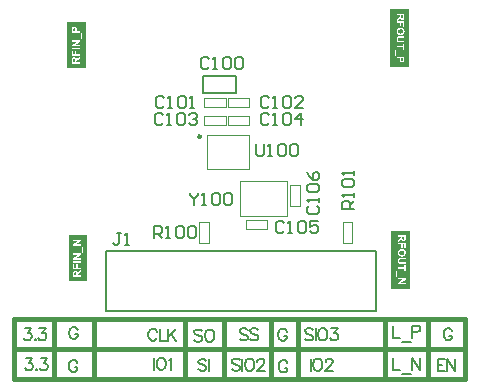
<source format=gto>
%FSLAX25Y25*%
%MOIN*%
G70*
G01*
G75*
%ADD10C,0.00800*%
%ADD11R,0.16500X0.07000*%
%ADD12R,0.16500X0.10500*%
%ADD13R,0.02362X0.01969*%
%ADD14R,0.01969X0.02362*%
%ADD15R,0.05512X0.04528*%
%ADD16C,0.01181*%
%ADD17R,0.03150X0.03150*%
%ADD18C,0.01000*%
%ADD19C,0.02000*%
%ADD20C,0.00500*%
%ADD21C,0.01500*%
%ADD22C,0.05906*%
%ADD23R,0.05906X0.05906*%
%ADD24C,0.15748*%
%ADD25C,0.02000*%
%ADD26C,0.01800*%
%ADD27C,0.01150*%
%ADD28C,0.02400*%
%ADD29C,0.04000*%
%ADD30C,0.04543*%
%ADD31C,0.02200*%
%ADD32C,0.09661*%
%ADD33R,0.17000X0.11500*%
%ADD34C,0.00787*%
%ADD35C,0.00394*%
%ADD36C,0.00600*%
G36*
X27706Y106200D02*
X21438D01*
Y121493D01*
X27706D01*
Y106200D01*
D02*
G37*
G36*
X28106Y35100D02*
X21838D01*
Y50467D01*
X28106D01*
Y35100D01*
D02*
G37*
G36*
X135705Y32663D02*
X129394D01*
Y52000D01*
X135705D01*
Y32663D01*
D02*
G37*
G36*
X135305Y106537D02*
X128994D01*
Y125800D01*
X135305D01*
Y106537D01*
D02*
G37*
%LPC*%
G36*
X133762Y114351D02*
X133329D01*
Y113598D01*
X131200D01*
Y113080D01*
X133329D01*
Y112327D01*
X133762D01*
Y114351D01*
D02*
G37*
G36*
X130814Y112284D02*
X130494D01*
Y110244D01*
X130814D01*
Y112284D01*
D02*
G37*
G36*
X133762Y121718D02*
X131200D01*
Y121200D01*
X132288D01*
Y120131D01*
X132721D01*
Y121200D01*
X133329D01*
Y119963D01*
X133762D01*
Y121718D01*
D02*
G37*
G36*
Y124300D02*
X131200D01*
Y123781D01*
X132269D01*
Y123680D01*
Y123617D01*
X132265Y123563D01*
X132261Y123520D01*
X132253Y123485D01*
X132249Y123458D01*
X132241Y123438D01*
X132237Y123426D01*
Y123423D01*
X132226Y123391D01*
X132210Y123364D01*
X132175Y123313D01*
X132159Y123294D01*
X132144Y123278D01*
X132136Y123270D01*
X132132Y123266D01*
X132116Y123251D01*
X132093Y123235D01*
X132038Y123192D01*
X131980Y123146D01*
X131914Y123103D01*
X131851Y123060D01*
X131828Y123040D01*
X131801Y123025D01*
X131781Y123013D01*
X131765Y123001D01*
X131758Y122997D01*
X131754Y122994D01*
X131200Y122627D01*
Y122007D01*
X131699Y122319D01*
X131754Y122354D01*
X131801Y122385D01*
X131847Y122412D01*
X131890Y122444D01*
X131960Y122490D01*
X132019Y122533D01*
X132062Y122568D01*
X132089Y122592D01*
X132109Y122607D01*
X132113Y122611D01*
X132156Y122654D01*
X132194Y122701D01*
X132234Y122748D01*
X132265Y122791D01*
X132292Y122830D01*
X132311Y122861D01*
X132323Y122880D01*
X132327Y122884D01*
Y122888D01*
X132339Y122826D01*
X132351Y122771D01*
X132366Y122717D01*
X132386Y122670D01*
X132405Y122623D01*
X132425Y122580D01*
X132444Y122545D01*
X132464Y122510D01*
X132483Y122483D01*
X132503Y122455D01*
X132522Y122436D01*
X132534Y122416D01*
X132549Y122405D01*
X132557Y122393D01*
X132561Y122385D01*
X132565D01*
X132600Y122354D01*
X132639Y122327D01*
X132717Y122288D01*
X132799Y122256D01*
X132873Y122233D01*
X132939Y122221D01*
X132967Y122217D01*
X132994D01*
X133013Y122213D01*
X133041D01*
X133123Y122217D01*
X133201Y122229D01*
X133267Y122249D01*
X133326Y122268D01*
X133376Y122292D01*
X133411Y122307D01*
X133435Y122323D01*
X133442Y122327D01*
X133505Y122373D01*
X133556Y122420D01*
X133598Y122471D01*
X133634Y122518D01*
X133661Y122561D01*
X133680Y122596D01*
X133688Y122619D01*
X133692Y122623D01*
Y122627D01*
X133704Y122662D01*
X133715Y122705D01*
X133731Y122799D01*
X133747Y122896D01*
X133755Y122994D01*
X133758Y123036D01*
Y123079D01*
Y123118D01*
X133762Y123153D01*
Y123181D01*
Y123200D01*
Y123216D01*
Y123220D01*
Y124300D01*
D02*
G37*
G36*
Y116753D02*
X132315D01*
X132241Y116750D01*
X132171D01*
X132109Y116746D01*
X132050Y116742D01*
X131996Y116738D01*
X131949Y116734D01*
X131906Y116730D01*
X131867Y116726D01*
X131836Y116722D01*
X131805Y116718D01*
X131785Y116715D01*
X131765Y116711D01*
X131754Y116707D01*
X131742D01*
X131687Y116691D01*
X131637Y116668D01*
X131586Y116644D01*
X131543Y116621D01*
X131508Y116597D01*
X131481Y116578D01*
X131465Y116566D01*
X131457Y116562D01*
X131411Y116516D01*
X131364Y116469D01*
X131329Y116418D01*
X131294Y116371D01*
X131270Y116328D01*
X131251Y116293D01*
X131239Y116270D01*
X131235Y116266D01*
Y116262D01*
X131219Y116223D01*
X131208Y116184D01*
X131188Y116094D01*
X131173Y116005D01*
X131165Y115915D01*
X131157Y115833D01*
Y115798D01*
X131153Y115767D01*
Y115743D01*
Y115724D01*
Y115712D01*
Y115708D01*
X131157Y115599D01*
X131165Y115502D01*
X131177Y115420D01*
X131192Y115349D01*
X131204Y115291D01*
X131212Y115268D01*
X131216Y115252D01*
X131219Y115236D01*
X131223Y115225D01*
X131227Y115221D01*
Y115217D01*
X131258Y115151D01*
X131294Y115092D01*
X131329Y115041D01*
X131364Y114995D01*
X131391Y114963D01*
X131414Y114936D01*
X131434Y114920D01*
X131438Y114917D01*
X131489Y114878D01*
X131543Y114842D01*
X131598Y114819D01*
X131649Y114796D01*
X131695Y114780D01*
X131730Y114768D01*
X131754Y114761D01*
X131762D01*
X131801Y114753D01*
X131843Y114745D01*
X131894Y114741D01*
X131945Y114737D01*
X132050Y114729D01*
X132159Y114722D01*
X132257D01*
X132300Y114718D01*
X133762D01*
Y115236D01*
X132234D01*
X132187Y115240D01*
X132144D01*
X132066Y115244D01*
X132007Y115248D01*
X131960Y115252D01*
X131929Y115256D01*
X131910Y115260D01*
X131902D01*
X131855Y115271D01*
X131812Y115291D01*
X131777Y115314D01*
X131746Y115338D01*
X131719Y115357D01*
X131699Y115377D01*
X131687Y115392D01*
X131684Y115396D01*
X131652Y115443D01*
X131633Y115494D01*
X131617Y115548D01*
X131606Y115599D01*
X131598Y115650D01*
X131594Y115689D01*
Y115704D01*
Y115716D01*
Y115720D01*
Y115724D01*
X131598Y115798D01*
X131609Y115868D01*
X131625Y115927D01*
X131641Y115973D01*
X131656Y116013D01*
X131672Y116040D01*
X131684Y116055D01*
X131687Y116063D01*
X131727Y116106D01*
X131765Y116137D01*
X131808Y116165D01*
X131851Y116188D01*
X131886Y116200D01*
X131914Y116211D01*
X131933Y116219D01*
X131941D01*
X131960Y116223D01*
X131988D01*
X132050Y116227D01*
X132120Y116231D01*
X132191D01*
X132261Y116235D01*
X133762D01*
Y116753D01*
D02*
G37*
G36*
X132526Y119640D02*
X132460D01*
X132347Y119636D01*
X132241Y119624D01*
X132144Y119608D01*
X132050Y119589D01*
X131964Y119562D01*
X131886Y119534D01*
X131816Y119503D01*
X131750Y119472D01*
X131691Y119441D01*
X131641Y119409D01*
X131598Y119382D01*
X131563Y119355D01*
X131535Y119335D01*
X131516Y119320D01*
X131504Y119308D01*
X131500Y119304D01*
X131438Y119238D01*
X131387Y119168D01*
X131340Y119097D01*
X131301Y119019D01*
X131266Y118945D01*
X131239Y118871D01*
X131216Y118797D01*
X131196Y118727D01*
X131181Y118661D01*
X131173Y118598D01*
X131165Y118540D01*
X131157Y118493D01*
Y118454D01*
X131153Y118423D01*
Y118407D01*
Y118399D01*
X131157Y118294D01*
X131169Y118196D01*
X131184Y118107D01*
X131208Y118021D01*
X131235Y117939D01*
X131262Y117865D01*
X131294Y117799D01*
X131329Y117736D01*
X131360Y117682D01*
X131391Y117635D01*
X131418Y117592D01*
X131446Y117561D01*
X131469Y117534D01*
X131485Y117514D01*
X131496Y117502D01*
X131500Y117498D01*
X131570Y117440D01*
X131645Y117385D01*
X131723Y117342D01*
X131801Y117303D01*
X131883Y117268D01*
X131964Y117241D01*
X132042Y117218D01*
X132120Y117202D01*
X132191Y117186D01*
X132261Y117179D01*
X132319Y117171D01*
X132374Y117163D01*
X132417D01*
X132448Y117159D01*
X132475D01*
X132588Y117163D01*
X132698Y117175D01*
X132799Y117190D01*
X132893Y117214D01*
X132978Y117237D01*
X133056Y117264D01*
X133131Y117296D01*
X133197Y117327D01*
X133255Y117362D01*
X133306Y117389D01*
X133349Y117420D01*
X133384Y117444D01*
X133415Y117467D01*
X133435Y117483D01*
X133446Y117494D01*
X133450Y117498D01*
X133513Y117565D01*
X133567Y117635D01*
X133614Y117709D01*
X133657Y117783D01*
X133688Y117857D01*
X133719Y117935D01*
X133743Y118005D01*
X133762Y118079D01*
X133774Y118146D01*
X133786Y118208D01*
X133793Y118263D01*
X133801Y118310D01*
Y118349D01*
X133805Y118380D01*
Y118395D01*
Y118403D01*
X133801Y118516D01*
X133790Y118622D01*
X133770Y118715D01*
X133755Y118797D01*
X133743Y118832D01*
X133735Y118863D01*
X133723Y118891D01*
X133715Y118914D01*
X133712Y118934D01*
X133704Y118945D01*
X133700Y118953D01*
Y118957D01*
X133669Y119023D01*
X133634Y119086D01*
X133595Y119140D01*
X133556Y119191D01*
X133524Y119230D01*
X133497Y119261D01*
X133478Y119281D01*
X133470Y119289D01*
X133411Y119339D01*
X133349Y119390D01*
X133290Y119429D01*
X133236Y119464D01*
X133189Y119491D01*
X133150Y119511D01*
X133127Y119523D01*
X133123Y119526D01*
X133119D01*
X133013Y119565D01*
X132904Y119593D01*
X132795Y119612D01*
X132690Y119624D01*
X132643Y119632D01*
X132600D01*
X132561Y119636D01*
X132526Y119640D01*
D02*
G37*
G36*
X133762Y109999D02*
X131200D01*
Y109480D01*
X132167D01*
Y109145D01*
Y109082D01*
Y109020D01*
X132171Y108965D01*
Y108914D01*
X132175Y108864D01*
X132179Y108821D01*
X132183Y108782D01*
X132187Y108747D01*
Y108716D01*
X132191Y108688D01*
X132194Y108665D01*
X132198Y108645D01*
Y108630D01*
X132202Y108618D01*
Y108614D01*
Y108610D01*
X132218Y108560D01*
X132234Y108509D01*
X132253Y108466D01*
X132276Y108423D01*
X132292Y108392D01*
X132308Y108365D01*
X132319Y108345D01*
X132323Y108341D01*
X132362Y108294D01*
X132401Y108252D01*
X132444Y108212D01*
X132487Y108181D01*
X132522Y108158D01*
X132549Y108138D01*
X132569Y108127D01*
X132577Y108123D01*
X132639Y108096D01*
X132705Y108072D01*
X132772Y108056D01*
X132834Y108049D01*
X132889Y108041D01*
X132932Y108037D01*
X132971D01*
X133080Y108045D01*
X133177Y108060D01*
X133263Y108084D01*
X133337Y108111D01*
X133392Y108142D01*
X133415Y108154D01*
X133435Y108166D01*
X133450Y108174D01*
X133462Y108181D01*
X133466Y108189D01*
X133470D01*
X133536Y108248D01*
X133591Y108310D01*
X133637Y108369D01*
X133669Y108427D01*
X133696Y108478D01*
X133712Y108521D01*
X133715Y108536D01*
X133719Y108544D01*
X133723Y108552D01*
Y108556D01*
X133731Y108587D01*
X133735Y108622D01*
X133743Y108665D01*
X133747Y108712D01*
X133755Y108813D01*
X133758Y108918D01*
Y108969D01*
X133762Y109016D01*
Y109059D01*
Y109094D01*
Y109129D01*
Y109152D01*
Y109168D01*
Y109172D01*
Y109999D01*
D02*
G37*
G36*
X134162Y40551D02*
X133729D01*
Y39798D01*
X131600D01*
Y39280D01*
X133729D01*
Y38527D01*
X134162D01*
Y40551D01*
D02*
G37*
G36*
X131214Y38484D02*
X130894D01*
Y36444D01*
X131214D01*
Y38484D01*
D02*
G37*
G36*
X134162Y36199D02*
X131600D01*
Y35719D01*
X133281D01*
X131600Y34682D01*
Y34163D01*
X134162D01*
Y34643D01*
X132442D01*
X134162Y35699D01*
Y36199D01*
D02*
G37*
G36*
Y42954D02*
X132715D01*
X132641Y42950D01*
X132571D01*
X132509Y42946D01*
X132450Y42942D01*
X132396Y42938D01*
X132349Y42934D01*
X132306Y42930D01*
X132267Y42926D01*
X132236Y42922D01*
X132204Y42918D01*
X132185Y42915D01*
X132166Y42911D01*
X132154Y42907D01*
X132142D01*
X132088Y42891D01*
X132037Y42868D01*
X131986Y42844D01*
X131943Y42821D01*
X131908Y42797D01*
X131881Y42778D01*
X131865Y42766D01*
X131857Y42762D01*
X131811Y42716D01*
X131764Y42669D01*
X131729Y42618D01*
X131694Y42571D01*
X131670Y42528D01*
X131651Y42493D01*
X131639Y42470D01*
X131635Y42466D01*
Y42462D01*
X131620Y42423D01*
X131608Y42384D01*
X131588Y42294D01*
X131573Y42205D01*
X131565Y42115D01*
X131557Y42033D01*
Y41998D01*
X131553Y41967D01*
Y41943D01*
Y41924D01*
Y41912D01*
Y41908D01*
X131557Y41799D01*
X131565Y41702D01*
X131577Y41620D01*
X131592Y41550D01*
X131604Y41491D01*
X131612Y41468D01*
X131616Y41452D01*
X131620Y41436D01*
X131623Y41425D01*
X131627Y41421D01*
Y41417D01*
X131658Y41351D01*
X131694Y41292D01*
X131729Y41241D01*
X131764Y41195D01*
X131791Y41163D01*
X131815Y41136D01*
X131834Y41120D01*
X131838Y41117D01*
X131889Y41078D01*
X131943Y41043D01*
X131998Y41019D01*
X132048Y40996D01*
X132095Y40980D01*
X132130Y40968D01*
X132154Y40961D01*
X132162D01*
X132201Y40953D01*
X132244Y40945D01*
X132294Y40941D01*
X132345Y40937D01*
X132450Y40929D01*
X132559Y40922D01*
X132657D01*
X132700Y40918D01*
X134162D01*
Y41436D01*
X132633D01*
X132587Y41440D01*
X132544D01*
X132466Y41444D01*
X132407Y41448D01*
X132360Y41452D01*
X132329Y41456D01*
X132310Y41460D01*
X132302D01*
X132255Y41471D01*
X132212Y41491D01*
X132177Y41514D01*
X132146Y41538D01*
X132119Y41557D01*
X132099Y41577D01*
X132088Y41592D01*
X132084Y41596D01*
X132052Y41643D01*
X132033Y41694D01*
X132017Y41748D01*
X132006Y41799D01*
X131998Y41850D01*
X131994Y41889D01*
Y41904D01*
Y41916D01*
Y41920D01*
Y41924D01*
X131998Y41998D01*
X132009Y42068D01*
X132025Y42127D01*
X132041Y42173D01*
X132056Y42213D01*
X132072Y42240D01*
X132084Y42255D01*
X132088Y42263D01*
X132126Y42306D01*
X132166Y42337D01*
X132208Y42365D01*
X132251Y42388D01*
X132286Y42400D01*
X132314Y42411D01*
X132333Y42419D01*
X132341D01*
X132360Y42423D01*
X132388D01*
X132450Y42427D01*
X132520Y42431D01*
X132591D01*
X132661Y42435D01*
X134162D01*
Y42954D01*
D02*
G37*
G36*
Y50500D02*
X131600D01*
Y49981D01*
X132669D01*
Y49880D01*
Y49817D01*
X132665Y49763D01*
X132661Y49720D01*
X132653Y49685D01*
X132649Y49658D01*
X132641Y49638D01*
X132637Y49626D01*
Y49622D01*
X132626Y49591D01*
X132610Y49564D01*
X132575Y49513D01*
X132559Y49494D01*
X132544Y49478D01*
X132536Y49470D01*
X132532Y49466D01*
X132517Y49451D01*
X132493Y49435D01*
X132439Y49392D01*
X132380Y49346D01*
X132314Y49303D01*
X132251Y49260D01*
X132228Y49240D01*
X132201Y49225D01*
X132181Y49213D01*
X132166Y49201D01*
X132158Y49197D01*
X132154Y49194D01*
X131600Y48827D01*
Y48207D01*
X132099Y48519D01*
X132154Y48554D01*
X132201Y48585D01*
X132247Y48612D01*
X132290Y48644D01*
X132360Y48690D01*
X132419Y48733D01*
X132462Y48768D01*
X132489Y48792D01*
X132509Y48807D01*
X132513Y48811D01*
X132555Y48854D01*
X132595Y48901D01*
X132633Y48948D01*
X132665Y48991D01*
X132692Y49030D01*
X132712Y49061D01*
X132723Y49080D01*
X132727Y49084D01*
Y49088D01*
X132739Y49026D01*
X132750Y48971D01*
X132766Y48917D01*
X132786Y48870D01*
X132805Y48823D01*
X132825Y48780D01*
X132844Y48745D01*
X132864Y48710D01*
X132883Y48683D01*
X132903Y48655D01*
X132922Y48636D01*
X132934Y48616D01*
X132949Y48605D01*
X132957Y48593D01*
X132961Y48585D01*
X132965D01*
X133000Y48554D01*
X133039Y48527D01*
X133117Y48488D01*
X133199Y48456D01*
X133273Y48433D01*
X133339Y48421D01*
X133367Y48417D01*
X133394D01*
X133414Y48414D01*
X133441D01*
X133523Y48417D01*
X133601Y48429D01*
X133667Y48449D01*
X133726Y48468D01*
X133776Y48491D01*
X133811Y48507D01*
X133835Y48523D01*
X133843Y48527D01*
X133905Y48573D01*
X133956Y48620D01*
X133999Y48671D01*
X134034Y48718D01*
X134061Y48761D01*
X134080Y48796D01*
X134088Y48819D01*
X134092Y48823D01*
Y48827D01*
X134104Y48862D01*
X134116Y48905D01*
X134131Y48998D01*
X134147Y49096D01*
X134154Y49194D01*
X134158Y49236D01*
Y49279D01*
Y49318D01*
X134162Y49353D01*
Y49381D01*
Y49400D01*
Y49416D01*
Y49420D01*
Y50500D01*
D02*
G37*
G36*
Y47918D02*
X131600D01*
Y47400D01*
X132688D01*
Y46331D01*
X133121D01*
Y47400D01*
X133729D01*
Y46163D01*
X134162D01*
Y47918D01*
D02*
G37*
G36*
X132926Y45840D02*
X132860D01*
X132747Y45836D01*
X132641Y45824D01*
X132544Y45808D01*
X132450Y45789D01*
X132364Y45761D01*
X132286Y45734D01*
X132216Y45703D01*
X132150Y45672D01*
X132091Y45641D01*
X132041Y45609D01*
X131998Y45582D01*
X131963Y45555D01*
X131935Y45535D01*
X131916Y45520D01*
X131904Y45508D01*
X131900Y45504D01*
X131838Y45438D01*
X131787Y45368D01*
X131740Y45297D01*
X131701Y45219D01*
X131666Y45145D01*
X131639Y45071D01*
X131616Y44997D01*
X131596Y44927D01*
X131580Y44861D01*
X131573Y44798D01*
X131565Y44740D01*
X131557Y44693D01*
Y44654D01*
X131553Y44623D01*
Y44607D01*
Y44599D01*
X131557Y44494D01*
X131569Y44396D01*
X131584Y44307D01*
X131608Y44221D01*
X131635Y44139D01*
X131662Y44065D01*
X131694Y43999D01*
X131729Y43936D01*
X131760Y43882D01*
X131791Y43835D01*
X131818Y43792D01*
X131846Y43761D01*
X131869Y43734D01*
X131885Y43714D01*
X131896Y43702D01*
X131900Y43698D01*
X131971Y43640D01*
X132045Y43585D01*
X132123Y43542D01*
X132201Y43503D01*
X132282Y43468D01*
X132364Y43441D01*
X132442Y43418D01*
X132520Y43402D01*
X132591Y43386D01*
X132661Y43379D01*
X132719Y43371D01*
X132774Y43363D01*
X132817D01*
X132848Y43359D01*
X132875D01*
X132988Y43363D01*
X133098Y43375D01*
X133199Y43390D01*
X133293Y43414D01*
X133378Y43437D01*
X133456Y43464D01*
X133530Y43496D01*
X133597Y43527D01*
X133655Y43562D01*
X133706Y43589D01*
X133749Y43620D01*
X133784Y43644D01*
X133815Y43667D01*
X133835Y43683D01*
X133846Y43694D01*
X133850Y43698D01*
X133913Y43765D01*
X133967Y43835D01*
X134014Y43909D01*
X134057Y43983D01*
X134088Y44057D01*
X134119Y44135D01*
X134143Y44205D01*
X134162Y44280D01*
X134174Y44346D01*
X134186Y44408D01*
X134194Y44463D01*
X134201Y44510D01*
Y44549D01*
X134205Y44580D01*
Y44595D01*
Y44603D01*
X134201Y44716D01*
X134190Y44822D01*
X134170Y44915D01*
X134154Y44997D01*
X134143Y45032D01*
X134135Y45063D01*
X134123Y45091D01*
X134116Y45114D01*
X134112Y45134D01*
X134104Y45145D01*
X134100Y45153D01*
Y45157D01*
X134069Y45223D01*
X134034Y45286D01*
X133995Y45340D01*
X133956Y45391D01*
X133924Y45430D01*
X133897Y45461D01*
X133878Y45481D01*
X133870Y45489D01*
X133811Y45539D01*
X133749Y45590D01*
X133690Y45629D01*
X133636Y45664D01*
X133589Y45691D01*
X133550Y45711D01*
X133527Y45722D01*
X133523Y45726D01*
X133519D01*
X133414Y45765D01*
X133304Y45793D01*
X133195Y45812D01*
X133090Y45824D01*
X133043Y45832D01*
X133000D01*
X132961Y45836D01*
X132926Y45840D01*
D02*
G37*
G36*
X25900Y38893D02*
X25401Y38581D01*
X25346Y38546D01*
X25299Y38515D01*
X25253Y38488D01*
X25210Y38456D01*
X25139Y38410D01*
X25081Y38367D01*
X25038Y38332D01*
X25011Y38308D01*
X24991Y38293D01*
X24987Y38289D01*
X24945Y38246D01*
X24905Y38199D01*
X24867Y38152D01*
X24835Y38109D01*
X24808Y38070D01*
X24789Y38039D01*
X24777Y38020D01*
X24773Y38016D01*
Y38012D01*
X24761Y38074D01*
X24749Y38129D01*
X24734Y38183D01*
X24714Y38230D01*
X24695Y38277D01*
X24675Y38320D01*
X24656Y38355D01*
X24636Y38390D01*
X24617Y38417D01*
X24597Y38445D01*
X24578Y38464D01*
X24566Y38484D01*
X24551Y38495D01*
X24543Y38507D01*
X24539Y38515D01*
X24535D01*
X24500Y38546D01*
X24461Y38573D01*
X24383Y38612D01*
X24301Y38644D01*
X24227Y38667D01*
X24161Y38679D01*
X24133Y38683D01*
X24106D01*
X24087Y38686D01*
X24059D01*
X23977Y38683D01*
X23899Y38671D01*
X23833Y38651D01*
X23775Y38632D01*
X23724Y38609D01*
X23689Y38593D01*
X23665Y38577D01*
X23658Y38573D01*
X23595Y38527D01*
X23544Y38480D01*
X23502Y38429D01*
X23466Y38382D01*
X23439Y38339D01*
X23420Y38304D01*
X23412Y38281D01*
X23408Y38277D01*
Y38273D01*
X23396Y38238D01*
X23384Y38195D01*
X23369Y38102D01*
X23353Y38004D01*
X23346Y37907D01*
X23342Y37864D01*
Y37821D01*
Y37782D01*
X23338Y37747D01*
Y37719D01*
Y37700D01*
Y37684D01*
Y37680D01*
Y36600D01*
X25900D01*
Y37119D01*
X24831D01*
Y37220D01*
Y37282D01*
X24835Y37337D01*
X24839Y37380D01*
X24847Y37415D01*
X24851Y37442D01*
X24859Y37462D01*
X24863Y37474D01*
Y37477D01*
X24874Y37509D01*
X24890Y37536D01*
X24925Y37587D01*
X24941Y37606D01*
X24956Y37622D01*
X24964Y37630D01*
X24968Y37633D01*
X24983Y37649D01*
X25007Y37665D01*
X25062Y37708D01*
X25120Y37754D01*
X25186Y37797D01*
X25249Y37840D01*
X25272Y37860D01*
X25299Y37875D01*
X25319Y37887D01*
X25335Y37899D01*
X25342Y37903D01*
X25346Y37907D01*
X25900Y38273D01*
Y38893D01*
D02*
G37*
G36*
X23771Y40937D02*
X23338D01*
Y39182D01*
X25900D01*
Y39700D01*
X24812D01*
Y40769D01*
X24379D01*
Y39700D01*
X23771D01*
Y40937D01*
D02*
G37*
G36*
X26206Y117785D02*
X25886D01*
Y115746D01*
X26206D01*
Y117785D01*
D02*
G37*
G36*
X23768Y119993D02*
X23729D01*
X23620Y119985D01*
X23523Y119969D01*
X23437Y119946D01*
X23363Y119919D01*
X23308Y119887D01*
X23285Y119876D01*
X23265Y119864D01*
X23250Y119856D01*
X23238Y119849D01*
X23234Y119841D01*
X23230D01*
X23164Y119782D01*
X23109Y119720D01*
X23063Y119661D01*
X23031Y119603D01*
X23004Y119552D01*
X22988Y119509D01*
X22985Y119494D01*
X22981Y119486D01*
X22977Y119478D01*
Y119474D01*
X22969Y119443D01*
X22965Y119408D01*
X22957Y119365D01*
X22953Y119318D01*
X22945Y119217D01*
X22942Y119111D01*
Y119061D01*
X22938Y119014D01*
Y118971D01*
Y118936D01*
Y118901D01*
Y118877D01*
Y118862D01*
Y118858D01*
Y118031D01*
X25500D01*
Y118550D01*
X24533D01*
Y118885D01*
Y118948D01*
Y119010D01*
X24529Y119065D01*
Y119115D01*
X24525Y119166D01*
X24521Y119209D01*
X24517Y119248D01*
X24513Y119283D01*
Y119314D01*
X24509Y119342D01*
X24506Y119365D01*
X24502Y119384D01*
Y119400D01*
X24498Y119412D01*
Y119416D01*
Y119420D01*
X24482Y119470D01*
X24466Y119521D01*
X24447Y119564D01*
X24424Y119607D01*
X24408Y119638D01*
X24392Y119665D01*
X24381Y119685D01*
X24377Y119689D01*
X24338Y119735D01*
X24299Y119778D01*
X24256Y119817D01*
X24213Y119849D01*
X24178Y119872D01*
X24151Y119891D01*
X24131Y119903D01*
X24123Y119907D01*
X24061Y119934D01*
X23995Y119958D01*
X23928Y119973D01*
X23866Y119981D01*
X23811Y119989D01*
X23768Y119993D01*
D02*
G37*
G36*
X26606Y46685D02*
X26286D01*
Y44646D01*
X26606D01*
Y46685D01*
D02*
G37*
G36*
X25900Y48967D02*
X23338D01*
Y48487D01*
X25058D01*
X23338Y47430D01*
Y46931D01*
X25900D01*
Y47411D01*
X24219D01*
X25900Y48448D01*
Y48967D01*
D02*
G37*
G36*
Y41869D02*
X23338D01*
Y41350D01*
X25900D01*
Y41869D01*
D02*
G37*
G36*
Y44396D02*
X23338D01*
Y43916D01*
X25058D01*
X23338Y42860D01*
Y42360D01*
X25900D01*
Y42840D01*
X24219D01*
X25900Y43877D01*
Y44396D01*
D02*
G37*
G36*
X23371Y112037D02*
X22938D01*
Y110282D01*
X25500D01*
Y110801D01*
X24412D01*
Y111869D01*
X23979D01*
Y110801D01*
X23371D01*
Y112037D01*
D02*
G37*
G36*
X25500Y109993D02*
X25001Y109681D01*
X24946Y109646D01*
X24899Y109615D01*
X24853Y109588D01*
X24810Y109556D01*
X24739Y109510D01*
X24681Y109467D01*
X24638Y109432D01*
X24611Y109408D01*
X24591Y109393D01*
X24587Y109389D01*
X24544Y109346D01*
X24506Y109299D01*
X24466Y109252D01*
X24435Y109209D01*
X24408Y109170D01*
X24388Y109139D01*
X24377Y109120D01*
X24373Y109116D01*
Y109112D01*
X24361Y109174D01*
X24350Y109229D01*
X24334Y109283D01*
X24314Y109330D01*
X24295Y109377D01*
X24275Y109420D01*
X24256Y109455D01*
X24236Y109490D01*
X24217Y109517D01*
X24197Y109545D01*
X24178Y109564D01*
X24166Y109584D01*
X24151Y109595D01*
X24143Y109607D01*
X24139Y109615D01*
X24135D01*
X24100Y109646D01*
X24061Y109673D01*
X23983Y109712D01*
X23901Y109744D01*
X23827Y109767D01*
X23761Y109779D01*
X23733Y109783D01*
X23706D01*
X23686Y109786D01*
X23659D01*
X23577Y109783D01*
X23499Y109771D01*
X23433Y109751D01*
X23374Y109732D01*
X23324Y109708D01*
X23289Y109693D01*
X23265Y109677D01*
X23257Y109673D01*
X23195Y109627D01*
X23144Y109580D01*
X23101Y109529D01*
X23066Y109482D01*
X23039Y109439D01*
X23020Y109404D01*
X23012Y109381D01*
X23008Y109377D01*
Y109373D01*
X22996Y109338D01*
X22985Y109295D01*
X22969Y109202D01*
X22953Y109104D01*
X22945Y109007D01*
X22942Y108964D01*
Y108921D01*
Y108882D01*
X22938Y108847D01*
Y108819D01*
Y108800D01*
Y108784D01*
Y108780D01*
Y107700D01*
X25500D01*
Y108219D01*
X24431D01*
Y108320D01*
Y108382D01*
X24435Y108437D01*
X24439Y108480D01*
X24447Y108515D01*
X24451Y108542D01*
X24459Y108562D01*
X24463Y108574D01*
Y108578D01*
X24474Y108609D01*
X24490Y108636D01*
X24525Y108687D01*
X24541Y108706D01*
X24556Y108722D01*
X24564Y108730D01*
X24568Y108733D01*
X24584Y108749D01*
X24607Y108765D01*
X24661Y108808D01*
X24720Y108854D01*
X24786Y108897D01*
X24849Y108940D01*
X24872Y108960D01*
X24899Y108975D01*
X24919Y108987D01*
X24935Y108999D01*
X24942Y109003D01*
X24946Y109007D01*
X25500Y109373D01*
Y109993D01*
D02*
G37*
G36*
Y112969D02*
X22938D01*
Y112450D01*
X25500D01*
Y112969D01*
D02*
G37*
G36*
Y115496D02*
X22938D01*
Y115016D01*
X24658D01*
X22938Y113960D01*
Y113460D01*
X25500D01*
Y113940D01*
X23819D01*
X25500Y114977D01*
Y115496D01*
D02*
G37*
%LPD*%
G36*
X133329Y123383D02*
Y123329D01*
Y123278D01*
Y123231D01*
Y123192D01*
X133326Y123157D01*
Y123126D01*
Y123103D01*
Y123079D01*
X133322Y123044D01*
Y123025D01*
X133318Y123013D01*
Y123009D01*
X133306Y122966D01*
X133294Y122927D01*
X133279Y122896D01*
X133259Y122869D01*
X133244Y122845D01*
X133228Y122830D01*
X133220Y122822D01*
X133216Y122818D01*
X133185Y122795D01*
X133150Y122779D01*
X133115Y122763D01*
X133084Y122756D01*
X133056Y122752D01*
X133033Y122748D01*
X133010D01*
X132967Y122752D01*
X132932Y122756D01*
X132896Y122763D01*
X132869Y122775D01*
X132846Y122787D01*
X132830Y122795D01*
X132818Y122799D01*
X132815Y122802D01*
X132787Y122822D01*
X132768Y122845D01*
X132733Y122892D01*
X132725Y122915D01*
X132717Y122931D01*
X132709Y122943D01*
Y122947D01*
X132705Y122966D01*
X132698Y122994D01*
X132694Y123021D01*
X132690Y123056D01*
X132686Y123130D01*
X132682Y123208D01*
X132678Y123282D01*
Y123313D01*
Y123345D01*
Y123368D01*
Y123387D01*
Y123399D01*
Y123403D01*
Y123781D01*
X133329D01*
Y123383D01*
D02*
G37*
G36*
X23733Y109248D02*
X23768Y109244D01*
X23803Y109237D01*
X23831Y109225D01*
X23854Y109213D01*
X23870Y109205D01*
X23881Y109202D01*
X23885Y109198D01*
X23913Y109178D01*
X23932Y109155D01*
X23967Y109108D01*
X23975Y109084D01*
X23983Y109069D01*
X23991Y109057D01*
Y109053D01*
X23995Y109034D01*
X24002Y109007D01*
X24006Y108979D01*
X24010Y108944D01*
X24014Y108870D01*
X24018Y108792D01*
X24022Y108718D01*
Y108687D01*
Y108656D01*
Y108632D01*
Y108613D01*
Y108601D01*
Y108597D01*
Y108219D01*
X23371D01*
Y108616D01*
Y108671D01*
Y108722D01*
Y108769D01*
Y108808D01*
X23374Y108843D01*
Y108874D01*
Y108897D01*
Y108921D01*
X23378Y108956D01*
Y108975D01*
X23382Y108987D01*
Y108991D01*
X23394Y109034D01*
X23406Y109073D01*
X23421Y109104D01*
X23441Y109131D01*
X23456Y109155D01*
X23472Y109170D01*
X23480Y109178D01*
X23484Y109182D01*
X23515Y109205D01*
X23550Y109221D01*
X23585Y109237D01*
X23616Y109244D01*
X23644Y109248D01*
X23667Y109252D01*
X23690D01*
X23733Y109248D01*
D02*
G37*
G36*
X132561Y119101D02*
X132635Y119097D01*
X132705Y119086D01*
X132772Y119074D01*
X132830Y119062D01*
X132885Y119043D01*
X132936Y119027D01*
X132978Y119008D01*
X133017Y118992D01*
X133049Y118973D01*
X133080Y118957D01*
X133103Y118945D01*
X133119Y118930D01*
X133131Y118922D01*
X133138Y118918D01*
X133142Y118914D01*
X133181Y118875D01*
X133216Y118836D01*
X133244Y118793D01*
X133271Y118750D01*
X133294Y118707D01*
X133310Y118665D01*
X133337Y118583D01*
X133353Y118512D01*
X133357Y118481D01*
X133361Y118454D01*
X133364Y118430D01*
Y118415D01*
Y118403D01*
Y118399D01*
X133361Y118341D01*
X133357Y118286D01*
X133329Y118185D01*
X133294Y118095D01*
X133255Y118025D01*
X133236Y117994D01*
X133216Y117966D01*
X133197Y117943D01*
X133181Y117923D01*
X133166Y117908D01*
X133154Y117896D01*
X133150Y117892D01*
X133146Y117888D01*
X133103Y117853D01*
X133056Y117822D01*
X133006Y117799D01*
X132951Y117775D01*
X132842Y117740D01*
X132737Y117717D01*
X132686Y117709D01*
X132639Y117705D01*
X132596Y117697D01*
X132561D01*
X132530Y117693D01*
X132487D01*
X132405Y117697D01*
X132331Y117701D01*
X132257Y117713D01*
X132194Y117725D01*
X132132Y117740D01*
X132078Y117756D01*
X132027Y117775D01*
X131984Y117791D01*
X131945Y117810D01*
X131910Y117830D01*
X131883Y117845D01*
X131859Y117861D01*
X131840Y117873D01*
X131828Y117885D01*
X131820Y117888D01*
X131816Y117892D01*
X131777Y117931D01*
X131742Y117970D01*
X131715Y118013D01*
X131687Y118056D01*
X131668Y118099D01*
X131649Y118142D01*
X131621Y118220D01*
X131606Y118290D01*
X131602Y118321D01*
X131598Y118349D01*
X131594Y118368D01*
Y118384D01*
Y118395D01*
Y118399D01*
X131598Y118454D01*
X131602Y118509D01*
X131613Y118559D01*
X131629Y118610D01*
X131664Y118696D01*
X131707Y118770D01*
X131746Y118828D01*
X131765Y118852D01*
X131781Y118871D01*
X131797Y118887D01*
X131808Y118898D01*
X131812Y118902D01*
X131816Y118906D01*
X131859Y118941D01*
X131910Y118973D01*
X131960Y119000D01*
X132015Y119019D01*
X132124Y119058D01*
X132234Y119082D01*
X132284Y119090D01*
X132331Y119094D01*
X132370Y119097D01*
X132409Y119101D01*
X132436Y119105D01*
X132479D01*
X132561Y119101D01*
D02*
G37*
G36*
X133729Y49584D02*
Y49529D01*
Y49478D01*
Y49431D01*
Y49392D01*
X133726Y49357D01*
Y49326D01*
Y49303D01*
Y49279D01*
X133722Y49244D01*
Y49225D01*
X133718Y49213D01*
Y49209D01*
X133706Y49166D01*
X133694Y49127D01*
X133679Y49096D01*
X133659Y49069D01*
X133644Y49045D01*
X133628Y49030D01*
X133620Y49022D01*
X133616Y49018D01*
X133585Y48995D01*
X133550Y48979D01*
X133515Y48963D01*
X133484Y48956D01*
X133456Y48952D01*
X133433Y48948D01*
X133410D01*
X133367Y48952D01*
X133332Y48956D01*
X133297Y48963D01*
X133269Y48975D01*
X133246Y48987D01*
X133230Y48995D01*
X133219Y48998D01*
X133215Y49002D01*
X133187Y49022D01*
X133168Y49045D01*
X133133Y49092D01*
X133125Y49115D01*
X133117Y49131D01*
X133109Y49143D01*
Y49147D01*
X133105Y49166D01*
X133098Y49194D01*
X133094Y49221D01*
X133090Y49256D01*
X133086Y49330D01*
X133082Y49408D01*
X133078Y49482D01*
Y49513D01*
Y49545D01*
Y49568D01*
Y49587D01*
Y49599D01*
Y49603D01*
Y49981D01*
X133729D01*
Y49584D01*
D02*
G37*
G36*
X133329Y109234D02*
Y109184D01*
Y109137D01*
Y109094D01*
X133326Y109059D01*
X133322Y108993D01*
Y108942D01*
X133318Y108907D01*
X133314Y108883D01*
X133310Y108868D01*
Y108864D01*
X133298Y108817D01*
X133283Y108778D01*
X133263Y108739D01*
X133244Y108712D01*
X133224Y108684D01*
X133209Y108669D01*
X133197Y108657D01*
X133193Y108653D01*
X133158Y108626D01*
X133119Y108606D01*
X133080Y108591D01*
X133045Y108583D01*
X133013Y108575D01*
X132986Y108571D01*
X132963D01*
X132924Y108575D01*
X132885Y108579D01*
X132850Y108591D01*
X132822Y108599D01*
X132799Y108610D01*
X132780Y108622D01*
X132768Y108626D01*
X132764Y108630D01*
X132733Y108653D01*
X132709Y108680D01*
X132686Y108708D01*
X132670Y108735D01*
X132655Y108758D01*
X132647Y108778D01*
X132643Y108790D01*
X132639Y108794D01*
X132631Y108813D01*
X132627Y108840D01*
X132616Y108899D01*
X132608Y108965D01*
X132604Y109035D01*
Y109098D01*
X132600Y109125D01*
Y109149D01*
Y109172D01*
Y109187D01*
Y109195D01*
Y109199D01*
Y109480D01*
X133329D01*
Y109234D01*
D02*
G37*
G36*
X23776Y119455D02*
X23815Y119451D01*
X23850Y119439D01*
X23878Y119431D01*
X23901Y119420D01*
X23921Y119408D01*
X23932Y119404D01*
X23936Y119400D01*
X23967Y119377D01*
X23991Y119349D01*
X24014Y119322D01*
X24030Y119295D01*
X24045Y119271D01*
X24053Y119252D01*
X24057Y119240D01*
X24061Y119236D01*
X24069Y119217D01*
X24073Y119189D01*
X24084Y119131D01*
X24092Y119065D01*
X24096Y118994D01*
Y118932D01*
X24100Y118905D01*
Y118881D01*
Y118858D01*
Y118842D01*
Y118834D01*
Y118831D01*
Y118550D01*
X23371D01*
Y118796D01*
Y118846D01*
Y118893D01*
Y118936D01*
X23374Y118971D01*
X23378Y119037D01*
Y119088D01*
X23382Y119123D01*
X23386Y119147D01*
X23390Y119162D01*
Y119166D01*
X23402Y119213D01*
X23417Y119252D01*
X23437Y119291D01*
X23456Y119318D01*
X23476Y119345D01*
X23492Y119361D01*
X23503Y119373D01*
X23507Y119377D01*
X23542Y119404D01*
X23581Y119423D01*
X23620Y119439D01*
X23655Y119447D01*
X23686Y119455D01*
X23714Y119458D01*
X23737D01*
X23776Y119455D01*
D02*
G37*
G36*
X132961Y45301D02*
X133035Y45297D01*
X133105Y45286D01*
X133172Y45274D01*
X133230Y45262D01*
X133285Y45243D01*
X133335Y45227D01*
X133378Y45208D01*
X133417Y45192D01*
X133449Y45173D01*
X133480Y45157D01*
X133503Y45145D01*
X133519Y45130D01*
X133530Y45122D01*
X133538Y45118D01*
X133542Y45114D01*
X133581Y45075D01*
X133616Y45036D01*
X133644Y44993D01*
X133671Y44950D01*
X133694Y44907D01*
X133710Y44864D01*
X133737Y44783D01*
X133753Y44712D01*
X133757Y44681D01*
X133761Y44654D01*
X133765Y44631D01*
Y44615D01*
Y44603D01*
Y44599D01*
X133761Y44541D01*
X133757Y44486D01*
X133729Y44385D01*
X133694Y44295D01*
X133655Y44225D01*
X133636Y44194D01*
X133616Y44166D01*
X133597Y44143D01*
X133581Y44124D01*
X133566Y44108D01*
X133554Y44096D01*
X133550Y44092D01*
X133546Y44088D01*
X133503Y44053D01*
X133456Y44022D01*
X133406Y43999D01*
X133351Y43975D01*
X133242Y43940D01*
X133137Y43917D01*
X133086Y43909D01*
X133039Y43905D01*
X132996Y43897D01*
X132961D01*
X132930Y43893D01*
X132887D01*
X132805Y43897D01*
X132731Y43901D01*
X132657Y43913D01*
X132595Y43925D01*
X132532Y43940D01*
X132477Y43956D01*
X132427Y43975D01*
X132384Y43991D01*
X132345Y44010D01*
X132310Y44030D01*
X132282Y44045D01*
X132259Y44061D01*
X132240Y44073D01*
X132228Y44085D01*
X132220Y44088D01*
X132216Y44092D01*
X132177Y44131D01*
X132142Y44170D01*
X132115Y44213D01*
X132088Y44256D01*
X132068Y44299D01*
X132048Y44342D01*
X132021Y44420D01*
X132006Y44490D01*
X132002Y44521D01*
X131998Y44549D01*
X131994Y44568D01*
Y44584D01*
Y44595D01*
Y44599D01*
X131998Y44654D01*
X132002Y44708D01*
X132013Y44759D01*
X132029Y44810D01*
X132064Y44896D01*
X132107Y44970D01*
X132146Y45028D01*
X132166Y45052D01*
X132181Y45071D01*
X132197Y45087D01*
X132208Y45099D01*
X132212Y45102D01*
X132216Y45106D01*
X132259Y45141D01*
X132310Y45173D01*
X132360Y45200D01*
X132415Y45219D01*
X132524Y45258D01*
X132633Y45282D01*
X132684Y45290D01*
X132731Y45294D01*
X132770Y45297D01*
X132809Y45301D01*
X132836Y45305D01*
X132879D01*
X132961Y45301D01*
D02*
G37*
G36*
X24133Y38148D02*
X24168Y38144D01*
X24204Y38137D01*
X24231Y38125D01*
X24254Y38113D01*
X24270Y38105D01*
X24282Y38102D01*
X24285Y38098D01*
X24313Y38078D01*
X24332Y38055D01*
X24367Y38008D01*
X24375Y37984D01*
X24383Y37969D01*
X24391Y37957D01*
Y37953D01*
X24395Y37934D01*
X24402Y37907D01*
X24406Y37879D01*
X24410Y37844D01*
X24414Y37770D01*
X24418Y37692D01*
X24422Y37618D01*
Y37587D01*
Y37556D01*
Y37532D01*
Y37513D01*
Y37501D01*
Y37497D01*
Y37119D01*
X23771D01*
Y37516D01*
Y37571D01*
Y37622D01*
Y37669D01*
Y37708D01*
X23775Y37743D01*
Y37774D01*
Y37797D01*
Y37821D01*
X23778Y37856D01*
Y37875D01*
X23782Y37887D01*
Y37891D01*
X23794Y37934D01*
X23806Y37973D01*
X23821Y38004D01*
X23841Y38031D01*
X23856Y38055D01*
X23872Y38070D01*
X23880Y38078D01*
X23884Y38082D01*
X23915Y38105D01*
X23950Y38121D01*
X23985Y38137D01*
X24016Y38144D01*
X24044Y38148D01*
X24067Y38152D01*
X24090D01*
X24133Y38148D01*
D02*
G37*
D18*
X65828Y83345D02*
G03*
X65828Y83345I-394J0D01*
G01*
D21*
X3500Y22600D02*
X154000D01*
X17000Y2500D02*
Y22100D01*
X30400Y2500D02*
Y22600D01*
X60500Y3000D02*
Y22200D01*
X73700Y3000D02*
Y22600D01*
X89200Y2400D02*
Y22500D01*
X98200Y3000D02*
Y22300D01*
X127200Y2600D02*
Y22300D01*
X141500Y2600D02*
Y22500D01*
X3500Y12400D02*
X153500D01*
X154000Y2500D02*
Y22600D01*
X3500Y2500D02*
X154000D01*
X3500D02*
Y22600D01*
D34*
X34370Y25200D02*
Y45200D01*
X124370D01*
X34370Y25200D02*
X124370D01*
Y45200D01*
X66488Y97944D02*
X77512D01*
X66488Y103456D02*
X77512D01*
X66488Y97944D02*
Y103456D01*
X77512Y97944D02*
Y103456D01*
D35*
X65325Y55043D02*
X68475D01*
X65325Y47957D02*
Y55043D01*
X68475Y47957D02*
Y55043D01*
X65325Y47957D02*
X68475D01*
X74186Y93082D02*
Y96232D01*
X67099Y93082D02*
Y96232D01*
X74186D01*
X67099Y93082D02*
X74186D01*
X113125Y47757D02*
X116275D01*
Y54843D01*
X113125Y47757D02*
Y54843D01*
X116275D01*
X98875Y60257D02*
Y67343D01*
X95725Y60257D02*
Y67343D01*
Y60257D02*
X98875D01*
X95725Y67343D02*
X98875D01*
X80857Y52525D02*
Y55675D01*
X87943Y52525D02*
Y55675D01*
X80857Y52525D02*
X87943D01*
X80857Y55675D02*
X87943D01*
X78879Y56777D02*
Y68588D01*
X94627Y56777D02*
Y68588D01*
X78879D02*
X94627D01*
X78879Y56777D02*
X94627D01*
X67836Y83983D02*
X81930D01*
X67836Y72471D02*
X81930D01*
X67834Y72471D02*
Y83983D01*
X81932Y72471D02*
Y83983D01*
X74176Y87176D02*
Y90326D01*
X67089Y87176D02*
Y90326D01*
X74176D01*
X67089Y87176D02*
X74176D01*
X74963Y90326D02*
X82050D01*
X74963Y87176D02*
X82050D01*
Y90326D01*
X74963Y87176D02*
Y90326D01*
Y96232D02*
X82050D01*
X74963Y93082D02*
X82050D01*
Y96232D01*
X74963Y93082D02*
Y96232D01*
D36*
X84400Y80799D02*
Y77466D01*
X85066Y76800D01*
X86399D01*
X87066Y77466D01*
Y80799D01*
X88399Y76800D02*
X89732D01*
X89065D01*
Y80799D01*
X88399Y80132D01*
X91731D02*
X92397Y80799D01*
X93730D01*
X94397Y80132D01*
Y77466D01*
X93730Y76800D01*
X92397D01*
X91731Y77466D01*
Y80132D01*
X95730D02*
X96396Y80799D01*
X97729D01*
X98396Y80132D01*
Y77466D01*
X97729Y76800D01*
X96396D01*
X95730Y77466D01*
Y80132D01*
X116800Y59100D02*
X112801D01*
Y61099D01*
X113468Y61766D01*
X114801D01*
X115467Y61099D01*
Y59100D01*
Y60433D02*
X116800Y61766D01*
Y63099D02*
Y64432D01*
Y63765D01*
X112801D01*
X113468Y63099D01*
Y66431D02*
X112801Y67097D01*
Y68430D01*
X113468Y69097D01*
X116133D01*
X116800Y68430D01*
Y67097D01*
X116133Y66431D01*
X113468D01*
X116800Y70430D02*
Y71763D01*
Y71096D01*
X112801D01*
X113468Y70430D01*
X93466Y54532D02*
X92799Y55199D01*
X91466D01*
X90800Y54532D01*
Y51866D01*
X91466Y51200D01*
X92799D01*
X93466Y51866D01*
X94799Y51200D02*
X96132D01*
X95465D01*
Y55199D01*
X94799Y54532D01*
X98131D02*
X98797Y55199D01*
X100130D01*
X100797Y54532D01*
Y51866D01*
X100130Y51200D01*
X98797D01*
X98131Y51866D01*
Y54532D01*
X104796Y55199D02*
X102130D01*
Y53199D01*
X103463Y53866D01*
X104129D01*
X104796Y53199D01*
Y51866D01*
X104129Y51200D01*
X102796D01*
X102130Y51866D01*
X101868Y60266D02*
X101201Y59599D01*
Y58266D01*
X101868Y57600D01*
X104534D01*
X105200Y58266D01*
Y59599D01*
X104534Y60266D01*
X105200Y61599D02*
Y62932D01*
Y62265D01*
X101201D01*
X101868Y61599D01*
Y64931D02*
X101201Y65597D01*
Y66930D01*
X101868Y67597D01*
X104534D01*
X105200Y66930D01*
Y65597D01*
X104534Y64931D01*
X101868D01*
X101201Y71596D02*
X101868Y70263D01*
X103201Y68930D01*
X104534D01*
X105200Y69596D01*
Y70929D01*
X104534Y71596D01*
X103867D01*
X103201Y70929D01*
Y68930D01*
X68466Y109332D02*
X67799Y109999D01*
X66466D01*
X65800Y109332D01*
Y106667D01*
X66466Y106000D01*
X67799D01*
X68466Y106667D01*
X69799Y106000D02*
X71132D01*
X70465D01*
Y109999D01*
X69799Y109332D01*
X73131D02*
X73797Y109999D01*
X75130D01*
X75797Y109332D01*
Y106667D01*
X75130Y106000D01*
X73797D01*
X73131Y106667D01*
Y109332D01*
X77130D02*
X77796Y109999D01*
X79129D01*
X79795Y109332D01*
Y106667D01*
X79129Y106000D01*
X77796D01*
X77130Y106667D01*
Y109332D01*
X53766Y96332D02*
X53099Y96999D01*
X51766D01*
X51100Y96332D01*
Y93666D01*
X51766Y93000D01*
X53099D01*
X53766Y93666D01*
X55099Y93000D02*
X56432D01*
X55765D01*
Y96999D01*
X55099Y96332D01*
X58431D02*
X59097Y96999D01*
X60430D01*
X61097Y96332D01*
Y93666D01*
X60430Y93000D01*
X59097D01*
X58431Y93666D01*
Y96332D01*
X62430Y93000D02*
X63763D01*
X63096D01*
Y96999D01*
X62430Y96332D01*
X88766Y96232D02*
X88099Y96899D01*
X86766D01*
X86100Y96232D01*
Y93566D01*
X86766Y92900D01*
X88099D01*
X88766Y93566D01*
X90099Y92900D02*
X91432D01*
X90765D01*
Y96899D01*
X90099Y96232D01*
X93431D02*
X94097Y96899D01*
X95430D01*
X96097Y96232D01*
Y93566D01*
X95430Y92900D01*
X94097D01*
X93431Y93566D01*
Y96232D01*
X100095Y92900D02*
X97430D01*
X100095Y95566D01*
Y96232D01*
X99429Y96899D01*
X98096D01*
X97430Y96232D01*
X53366Y90632D02*
X52699Y91299D01*
X51366D01*
X50700Y90632D01*
Y87966D01*
X51366Y87300D01*
X52699D01*
X53366Y87966D01*
X54699Y87300D02*
X56032D01*
X55365D01*
Y91299D01*
X54699Y90632D01*
X58031D02*
X58697Y91299D01*
X60030D01*
X60697Y90632D01*
Y87966D01*
X60030Y87300D01*
X58697D01*
X58031Y87966D01*
Y90632D01*
X62030D02*
X62696Y91299D01*
X64029D01*
X64696Y90632D01*
Y89966D01*
X64029Y89299D01*
X63363D01*
X64029D01*
X64696Y88633D01*
Y87966D01*
X64029Y87300D01*
X62696D01*
X62030Y87966D01*
X88466Y90432D02*
X87799Y91099D01*
X86466D01*
X85800Y90432D01*
Y87766D01*
X86466Y87100D01*
X87799D01*
X88466Y87766D01*
X89799Y87100D02*
X91132D01*
X90465D01*
Y91099D01*
X89799Y90432D01*
X93131D02*
X93797Y91099D01*
X95130D01*
X95797Y90432D01*
Y87766D01*
X95130Y87100D01*
X93797D01*
X93131Y87766D01*
Y90432D01*
X99129Y87100D02*
Y91099D01*
X97130Y89099D01*
X99796D01*
X50200Y49700D02*
Y53699D01*
X52199D01*
X52866Y53032D01*
Y51699D01*
X52199Y51033D01*
X50200D01*
X51533D02*
X52866Y49700D01*
X54199D02*
X55532D01*
X54865D01*
Y53699D01*
X54199Y53032D01*
X57531D02*
X58197Y53699D01*
X59530D01*
X60197Y53032D01*
Y50366D01*
X59530Y49700D01*
X58197D01*
X57531Y50366D01*
Y53032D01*
X61530D02*
X62196Y53699D01*
X63529D01*
X64196Y53032D01*
Y50366D01*
X63529Y49700D01*
X62196D01*
X61530Y50366D01*
Y53032D01*
X62400Y64499D02*
Y63832D01*
X63733Y62499D01*
X65066Y63832D01*
Y64499D01*
X63733Y62499D02*
Y60500D01*
X66399D02*
X67732D01*
X67065D01*
Y64499D01*
X66399Y63832D01*
X69731D02*
X70397Y64499D01*
X71730D01*
X72397Y63832D01*
Y61166D01*
X71730Y60500D01*
X70397D01*
X69731Y61166D01*
Y63832D01*
X73730D02*
X74396Y64499D01*
X75729D01*
X76395Y63832D01*
Y61166D01*
X75729Y60500D01*
X74396D01*
X73730Y61166D01*
Y63832D01*
X39236Y51199D02*
X37903D01*
X38569D01*
Y47866D01*
X37903Y47200D01*
X37236D01*
X36570Y47866D01*
X40569Y47200D02*
X41902D01*
X41235D01*
Y51199D01*
X40569Y50532D01*
X7681Y9399D02*
X9776D01*
X8633Y7876D01*
X9204D01*
X9585Y7685D01*
X9776Y7495D01*
X9966Y6923D01*
Y6543D01*
X9776Y5971D01*
X9395Y5590D01*
X8823Y5400D01*
X8252D01*
X7681Y5590D01*
X7490Y5781D01*
X7300Y6162D01*
X11052Y5781D02*
X10861Y5590D01*
X11052Y5400D01*
X11242Y5590D01*
X11052Y5781D01*
X12499Y9399D02*
X14594D01*
X13451Y7876D01*
X14022D01*
X14403Y7685D01*
X14594Y7495D01*
X14784Y6923D01*
Y6543D01*
X14594Y5971D01*
X14213Y5590D01*
X13642Y5400D01*
X13070D01*
X12499Y5590D01*
X12308Y5781D01*
X12118Y6162D01*
X24857Y18947D02*
X24666Y19328D01*
X24285Y19709D01*
X23904Y19899D01*
X23143D01*
X22762Y19709D01*
X22381Y19328D01*
X22190Y18947D01*
X22000Y18376D01*
Y17424D01*
X22190Y16852D01*
X22381Y16471D01*
X22762Y16090D01*
X23143Y15900D01*
X23904D01*
X24285Y16090D01*
X24666Y16471D01*
X24857Y16852D01*
Y17424D01*
X23904D02*
X24857D01*
X51257Y18347D02*
X51066Y18728D01*
X50685Y19109D01*
X50304Y19299D01*
X49543D01*
X49162Y19109D01*
X48781Y18728D01*
X48590Y18347D01*
X48400Y17776D01*
Y16824D01*
X48590Y16252D01*
X48781Y15871D01*
X49162Y15490D01*
X49543Y15300D01*
X50304D01*
X50685Y15490D01*
X51066Y15871D01*
X51257Y16252D01*
X52380Y19299D02*
Y15300D01*
X54665D01*
X55103Y19299D02*
Y15300D01*
X57769Y19299D02*
X55103Y16633D01*
X56055Y17585D02*
X57769Y15300D01*
X67766Y8628D02*
X67385Y9009D01*
X66814Y9199D01*
X66052D01*
X65481Y9009D01*
X65100Y8628D01*
Y8247D01*
X65290Y7866D01*
X65481Y7676D01*
X65862Y7485D01*
X67004Y7104D01*
X67385Y6914D01*
X67576Y6724D01*
X67766Y6343D01*
Y5771D01*
X67385Y5390D01*
X66814Y5200D01*
X66052D01*
X65481Y5390D01*
X65100Y5771D01*
X68661Y9199D02*
Y5200D01*
X66366Y18428D02*
X65985Y18809D01*
X65414Y18999D01*
X64652D01*
X64081Y18809D01*
X63700Y18428D01*
Y18047D01*
X63890Y17666D01*
X64081Y17476D01*
X64462Y17285D01*
X65604Y16904D01*
X65985Y16714D01*
X66176Y16523D01*
X66366Y16143D01*
Y15571D01*
X65985Y15190D01*
X65414Y15000D01*
X64652D01*
X64081Y15190D01*
X63700Y15571D01*
X68404Y18999D02*
X68023Y18809D01*
X67642Y18428D01*
X67452Y18047D01*
X67261Y17476D01*
Y16523D01*
X67452Y15952D01*
X67642Y15571D01*
X68023Y15190D01*
X68404Y15000D01*
X69165D01*
X69546Y15190D01*
X69927Y15571D01*
X70118Y15952D01*
X70308Y16523D01*
Y17476D01*
X70118Y18047D01*
X69927Y18428D01*
X69546Y18809D01*
X69165Y18999D01*
X68404D01*
X7281Y19499D02*
X9376D01*
X8233Y17976D01*
X8804D01*
X9185Y17785D01*
X9376Y17595D01*
X9566Y17023D01*
Y16643D01*
X9376Y16071D01*
X8995Y15690D01*
X8423Y15500D01*
X7852D01*
X7281Y15690D01*
X7090Y15881D01*
X6900Y16262D01*
X10652Y15881D02*
X10461Y15690D01*
X10652Y15500D01*
X10842Y15690D01*
X10652Y15881D01*
X12099Y19499D02*
X14194D01*
X13051Y17976D01*
X13622D01*
X14003Y17785D01*
X14194Y17595D01*
X14384Y17023D01*
Y16643D01*
X14194Y16071D01*
X13813Y15690D01*
X13241Y15500D01*
X12670D01*
X12099Y15690D01*
X11908Y15881D01*
X11718Y16262D01*
X24757Y7947D02*
X24566Y8328D01*
X24185Y8709D01*
X23804Y8899D01*
X23043D01*
X22662Y8709D01*
X22281Y8328D01*
X22090Y7947D01*
X21900Y7376D01*
Y6424D01*
X22090Y5852D01*
X22281Y5471D01*
X22662Y5090D01*
X23043Y4900D01*
X23804D01*
X24185Y5090D01*
X24566Y5471D01*
X24757Y5852D01*
Y6424D01*
X23804D02*
X24757D01*
X50300Y9599D02*
Y5600D01*
X52280Y9599D02*
X51900Y9409D01*
X51519Y9028D01*
X51328Y8647D01*
X51138Y8076D01*
Y7124D01*
X51328Y6552D01*
X51519Y6171D01*
X51900Y5790D01*
X52280Y5600D01*
X53042D01*
X53423Y5790D01*
X53804Y6171D01*
X53994Y6552D01*
X54185Y7124D01*
Y8076D01*
X53994Y8647D01*
X53804Y9028D01*
X53423Y9409D01*
X53042Y9599D01*
X52280D01*
X55118Y8837D02*
X55499Y9028D01*
X56070Y9599D01*
Y5600D01*
X81466Y18828D02*
X81085Y19209D01*
X80514Y19399D01*
X79752D01*
X79181Y19209D01*
X78800Y18828D01*
Y18447D01*
X78990Y18066D01*
X79181Y17876D01*
X79562Y17685D01*
X80704Y17304D01*
X81085Y17114D01*
X81276Y16924D01*
X81466Y16543D01*
Y15971D01*
X81085Y15590D01*
X80514Y15400D01*
X79752D01*
X79181Y15590D01*
X78800Y15971D01*
X85027Y18828D02*
X84646Y19209D01*
X84075Y19399D01*
X83313D01*
X82742Y19209D01*
X82361Y18828D01*
Y18447D01*
X82552Y18066D01*
X82742Y17876D01*
X83123Y17685D01*
X84266Y17304D01*
X84646Y17114D01*
X84837Y16924D01*
X85027Y16543D01*
Y15971D01*
X84646Y15590D01*
X84075Y15400D01*
X83313D01*
X82742Y15590D01*
X82361Y15971D01*
X78866Y8728D02*
X78485Y9109D01*
X77914Y9299D01*
X77152D01*
X76581Y9109D01*
X76200Y8728D01*
Y8347D01*
X76390Y7966D01*
X76581Y7776D01*
X76962Y7585D01*
X78104Y7204D01*
X78485Y7014D01*
X78676Y6824D01*
X78866Y6443D01*
Y5871D01*
X78485Y5490D01*
X77914Y5300D01*
X77152D01*
X76581Y5490D01*
X76200Y5871D01*
X79761Y9299D02*
Y5300D01*
X81742Y9299D02*
X81361Y9109D01*
X80980Y8728D01*
X80790Y8347D01*
X80599Y7776D01*
Y6824D01*
X80790Y6252D01*
X80980Y5871D01*
X81361Y5490D01*
X81742Y5300D01*
X82503D01*
X82884Y5490D01*
X83265Y5871D01*
X83456Y6252D01*
X83646Y6824D01*
Y7776D01*
X83456Y8347D01*
X83265Y8728D01*
X82884Y9109D01*
X82503Y9299D01*
X81742D01*
X84770Y8347D02*
Y8537D01*
X84960Y8918D01*
X85150Y9109D01*
X85531Y9299D01*
X86293D01*
X86674Y9109D01*
X86864Y8918D01*
X87055Y8537D01*
Y8157D01*
X86864Y7776D01*
X86484Y7204D01*
X84579Y5300D01*
X87245D01*
X94757Y7847D02*
X94566Y8228D01*
X94185Y8609D01*
X93804Y8799D01*
X93043D01*
X92662Y8609D01*
X92281Y8228D01*
X92090Y7847D01*
X91900Y7276D01*
Y6323D01*
X92090Y5752D01*
X92281Y5371D01*
X92662Y4990D01*
X93043Y4800D01*
X93804D01*
X94185Y4990D01*
X94566Y5371D01*
X94757Y5752D01*
Y6323D01*
X93804D02*
X94757D01*
X94556Y18347D02*
X94366Y18728D01*
X93985Y19109D01*
X93604Y19299D01*
X92843D01*
X92462Y19109D01*
X92081Y18728D01*
X91890Y18347D01*
X91700Y17776D01*
Y16824D01*
X91890Y16252D01*
X92081Y15871D01*
X92462Y15490D01*
X92843Y15300D01*
X93604D01*
X93985Y15490D01*
X94366Y15871D01*
X94556Y16252D01*
Y16824D01*
X93604D02*
X94556D01*
X102500Y9299D02*
Y5300D01*
X104481Y9299D02*
X104100Y9109D01*
X103719Y8728D01*
X103528Y8347D01*
X103338Y7776D01*
Y6824D01*
X103528Y6252D01*
X103719Y5871D01*
X104100Y5490D01*
X104481Y5300D01*
X105242D01*
X105623Y5490D01*
X106004Y5871D01*
X106194Y6252D01*
X106385Y6824D01*
Y7776D01*
X106194Y8347D01*
X106004Y8728D01*
X105623Y9109D01*
X105242Y9299D01*
X104481D01*
X107509Y8347D02*
Y8537D01*
X107699Y8918D01*
X107889Y9109D01*
X108270Y9299D01*
X109032D01*
X109413Y9109D01*
X109603Y8918D01*
X109794Y8537D01*
Y8157D01*
X109603Y7776D01*
X109222Y7204D01*
X107318Y5300D01*
X109984D01*
X103266Y18828D02*
X102885Y19209D01*
X102314Y19399D01*
X101552D01*
X100981Y19209D01*
X100600Y18828D01*
Y18447D01*
X100790Y18066D01*
X100981Y17876D01*
X101362Y17685D01*
X102504Y17304D01*
X102885Y17114D01*
X103076Y16924D01*
X103266Y16543D01*
Y15971D01*
X102885Y15590D01*
X102314Y15400D01*
X101552D01*
X100981Y15590D01*
X100600Y15971D01*
X104161Y19399D02*
Y15400D01*
X106142Y19399D02*
X105761Y19209D01*
X105380Y18828D01*
X105190Y18447D01*
X104999Y17876D01*
Y16924D01*
X105190Y16352D01*
X105380Y15971D01*
X105761Y15590D01*
X106142Y15400D01*
X106903D01*
X107284Y15590D01*
X107665Y15971D01*
X107856Y16352D01*
X108046Y16924D01*
Y17876D01*
X107856Y18447D01*
X107665Y18828D01*
X107284Y19209D01*
X106903Y19399D01*
X106142D01*
X109360D02*
X111455D01*
X110312Y17876D01*
X110883D01*
X111264Y17685D01*
X111455Y17495D01*
X111645Y16924D01*
Y16543D01*
X111455Y15971D01*
X111074Y15590D01*
X110503Y15400D01*
X109931D01*
X109360Y15590D01*
X109170Y15781D01*
X108979Y16162D01*
X130100Y20299D02*
Y16300D01*
X132385D01*
X132823Y14967D02*
X135870D01*
X136384Y18204D02*
X138098D01*
X138670Y18395D01*
X138860Y18585D01*
X139050Y18966D01*
Y19537D01*
X138860Y19918D01*
X138670Y20109D01*
X138098Y20299D01*
X136384D01*
Y16300D01*
X130100Y9499D02*
Y5500D01*
X132385D01*
X132823Y4167D02*
X135870D01*
X136384Y9499D02*
Y5500D01*
Y9499D02*
X139050Y5500D01*
Y9499D02*
Y5500D01*
X149656Y18547D02*
X149466Y18928D01*
X149085Y19309D01*
X148704Y19499D01*
X147943D01*
X147562Y19309D01*
X147181Y18928D01*
X146990Y18547D01*
X146800Y17976D01*
Y17023D01*
X146990Y16452D01*
X147181Y16071D01*
X147562Y15690D01*
X147943Y15500D01*
X148704D01*
X149085Y15690D01*
X149466Y16071D01*
X149656Y16452D01*
Y17023D01*
X148704D02*
X149656D01*
X147276Y9199D02*
X144800D01*
Y5200D01*
X147276D01*
X144800Y7295D02*
X146324D01*
X147942Y9199D02*
Y5200D01*
Y9199D02*
X150608Y5200D01*
Y9199D02*
Y5200D01*
M02*

</source>
